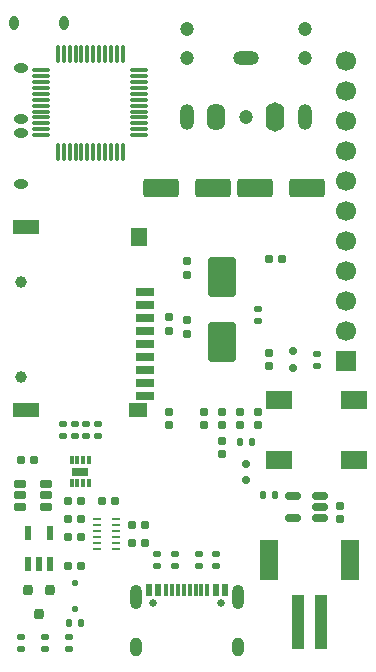
<source format=gbs>
%TF.GenerationSoftware,KiCad,Pcbnew,9.0.5*%
%TF.CreationDate,2025-10-29T14:00:37-04:00*%
%TF.ProjectId,MY-MP3,4d592d4d-5033-42e6-9b69-6361645f7063,rev?*%
%TF.SameCoordinates,Original*%
%TF.FileFunction,Soldermask,Bot*%
%TF.FilePolarity,Negative*%
%FSLAX46Y46*%
G04 Gerber Fmt 4.6, Leading zero omitted, Abs format (unit mm)*
G04 Created by KiCad (PCBNEW 9.0.5) date 2025-10-29 14:00:37*
%MOMM*%
%LPD*%
G01*
G04 APERTURE LIST*
G04 Aperture macros list*
%AMRoundRect*
0 Rectangle with rounded corners*
0 $1 Rounding radius*
0 $2 $3 $4 $5 $6 $7 $8 $9 X,Y pos of 4 corners*
0 Add a 4 corners polygon primitive as box body*
4,1,4,$2,$3,$4,$5,$6,$7,$8,$9,$2,$3,0*
0 Add four circle primitives for the rounded corners*
1,1,$1+$1,$2,$3*
1,1,$1+$1,$4,$5*
1,1,$1+$1,$6,$7*
1,1,$1+$1,$8,$9*
0 Add four rect primitives between the rounded corners*
20,1,$1+$1,$2,$3,$4,$5,0*
20,1,$1+$1,$4,$5,$6,$7,0*
20,1,$1+$1,$6,$7,$8,$9,0*
20,1,$1+$1,$8,$9,$2,$3,0*%
G04 Aperture macros list end*
%ADD10R,1.700000X1.700000*%
%ADD11C,1.700000*%
%ADD12O,0.800000X1.200000*%
%ADD13O,1.200000X0.800000*%
%ADD14RoundRect,0.162500X0.367500X0.162500X-0.367500X0.162500X-0.367500X-0.162500X0.367500X-0.162500X0*%
%ADD15RoundRect,0.155000X0.155000X-0.212500X0.155000X0.212500X-0.155000X0.212500X-0.155000X-0.212500X0*%
%ADD16C,1.200000*%
%ADD17O,1.200000X2.200000*%
%ADD18O,1.600000X2.300000*%
%ADD19O,2.200000X1.200000*%
%ADD20O,1.600000X2.500000*%
%ADD21RoundRect,0.155000X-0.155000X0.212500X-0.155000X-0.212500X0.155000X-0.212500X0.155000X0.212500X0*%
%ADD22RoundRect,0.135000X-0.185000X0.135000X-0.185000X-0.135000X0.185000X-0.135000X0.185000X0.135000X0*%
%ADD23RoundRect,0.135000X0.135000X0.185000X-0.135000X0.185000X-0.135000X-0.185000X0.135000X-0.185000X0*%
%ADD24RoundRect,0.135000X0.185000X-0.135000X0.185000X0.135000X-0.185000X0.135000X-0.185000X-0.135000X0*%
%ADD25RoundRect,0.155000X-0.212500X-0.155000X0.212500X-0.155000X0.212500X0.155000X-0.212500X0.155000X0*%
%ADD26RoundRect,0.125000X-0.125000X0.125000X-0.125000X-0.125000X0.125000X-0.125000X0.125000X0.125000X0*%
%ADD27RoundRect,0.250001X-0.949999X1.412499X-0.949999X-1.412499X0.949999X-1.412499X0.949999X1.412499X0*%
%ADD28R,1.000000X4.600000*%
%ADD29R,1.600000X3.400000*%
%ADD30RoundRect,0.135000X-0.135000X-0.185000X0.135000X-0.185000X0.135000X0.185000X-0.135000X0.185000X0*%
%ADD31RoundRect,0.250000X-1.250000X-0.550000X1.250000X-0.550000X1.250000X0.550000X-1.250000X0.550000X0*%
%ADD32R,2.300000X1.600000*%
%ADD33RoundRect,0.155000X0.212500X0.155000X-0.212500X0.155000X-0.212500X-0.155000X0.212500X-0.155000X0*%
%ADD34R,0.700000X0.250000*%
%ADD35RoundRect,0.150000X0.200000X-0.150000X0.200000X0.150000X-0.200000X0.150000X-0.200000X-0.150000X0*%
%ADD36R,0.550000X1.200000*%
%ADD37C,1.000000*%
%ADD38R,1.600000X0.700000*%
%ADD39R,1.600000X1.200000*%
%ADD40R,2.200000X1.200000*%
%ADD41R,1.400000X1.600000*%
%ADD42C,0.650000*%
%ADD43R,0.300000X1.000000*%
%ADD44R,0.600000X1.000000*%
%ADD45O,1.000000X1.600000*%
%ADD46O,1.000000X2.100000*%
%ADD47RoundRect,0.075000X0.075000X-0.662500X0.075000X0.662500X-0.075000X0.662500X-0.075000X-0.662500X0*%
%ADD48RoundRect,0.075000X0.662500X-0.075000X0.662500X0.075000X-0.662500X0.075000X-0.662500X-0.075000X0*%
%ADD49RoundRect,0.150000X-0.200000X0.150000X-0.200000X-0.150000X0.200000X-0.150000X0.200000X0.150000X0*%
%ADD50RoundRect,0.200000X-0.200000X0.250000X-0.200000X-0.250000X0.200000X-0.250000X0.200000X0.250000X0*%
%ADD51RoundRect,0.250000X1.250000X0.550000X-1.250000X0.550000X-1.250000X-0.550000X1.250000X-0.550000X0*%
%ADD52RoundRect,0.150000X0.512500X0.150000X-0.512500X0.150000X-0.512500X-0.150000X0.512500X-0.150000X0*%
%ADD53R,0.300000X0.700000*%
%ADD54R,1.380000X0.800000*%
G04 APERTURE END LIST*
D10*
%TO.C,J4*%
X159250000Y-102080000D03*
D11*
X159250000Y-99540000D03*
X159250000Y-97000000D03*
X159250000Y-94460000D03*
X159250000Y-91920000D03*
X159250000Y-89380000D03*
X159250000Y-86840000D03*
X159250000Y-84300000D03*
X159250000Y-81760000D03*
X159250000Y-79220000D03*
X159250000Y-76680000D03*
%TD*%
D12*
%TO.C,SW3*%
X131100000Y-73500000D03*
X135400000Y-73500000D03*
%TD*%
D13*
%TO.C,SW4*%
X131750000Y-81650000D03*
X131750000Y-77350000D03*
%TD*%
%TO.C,SW5*%
X131750000Y-87150000D03*
X131750000Y-82850000D03*
%TD*%
D14*
%TO.C,U7*%
X133850000Y-112550000D03*
X133850000Y-113500000D03*
X133850000Y-114450000D03*
X131650000Y-114450000D03*
X131650000Y-113500000D03*
X131650000Y-112550000D03*
%TD*%
D15*
%TO.C,C14*%
X158750000Y-115500000D03*
X158750000Y-114365000D03*
%TD*%
D16*
%TO.C,J7*%
X145750000Y-74000000D03*
X145750000Y-76500000D03*
X150750000Y-81500000D03*
X155750000Y-74000000D03*
X155750000Y-76500000D03*
D17*
X145750000Y-81500000D03*
D18*
X148250000Y-81500000D03*
D19*
X150750000Y-76500000D03*
D17*
X155750000Y-81500000D03*
D20*
X153250000Y-81500000D03*
%TD*%
D21*
%TO.C,C11*%
X145750000Y-93670000D03*
X145750000Y-94805000D03*
%TD*%
D22*
%TO.C,R16*%
X135750000Y-125490000D03*
X135750000Y-126510000D03*
%TD*%
D23*
%TO.C,R3*%
X151260000Y-109000000D03*
X150240000Y-109000000D03*
%TD*%
D24*
%TO.C,R23*%
X137250000Y-108510000D03*
X137250000Y-107490000D03*
%TD*%
D15*
%TO.C,C21*%
X144250000Y-99567500D03*
X144250000Y-98432500D03*
%TD*%
D22*
%TO.C,R14*%
X143250000Y-118490000D03*
X143250000Y-119510000D03*
%TD*%
D25*
%TO.C,C26*%
X135682500Y-115500000D03*
X136817500Y-115500000D03*
%TD*%
%TO.C,C17*%
X152682500Y-93510000D03*
X153817500Y-93510000D03*
%TD*%
D22*
%TO.C,R15*%
X148250000Y-118490000D03*
X148250000Y-119510000D03*
%TD*%
D25*
%TO.C,C2*%
X135682500Y-119500000D03*
X136817500Y-119500000D03*
%TD*%
D26*
%TO.C,D1*%
X136250000Y-120900000D03*
X136250000Y-123100000D03*
%TD*%
D21*
%TO.C,C22*%
X148750000Y-106442500D03*
X148750000Y-107577500D03*
%TD*%
D27*
%TO.C,Y2*%
X148750000Y-94975000D03*
X148750000Y-100500000D03*
%TD*%
D21*
%TO.C,C13*%
X145750000Y-98670000D03*
X145750000Y-99805000D03*
%TD*%
D28*
%TO.C,J3*%
X157150000Y-124200000D03*
X155150000Y-124200000D03*
D29*
X159550000Y-119000000D03*
X152750000Y-119000000D03*
%TD*%
D22*
%TO.C,R21*%
X156750000Y-101490000D03*
X156750000Y-102510000D03*
%TD*%
D30*
%TO.C,R19*%
X152240000Y-113432500D03*
X153260000Y-113432500D03*
%TD*%
D21*
%TO.C,C16*%
X150250000Y-106442500D03*
X150250000Y-107577500D03*
%TD*%
D25*
%TO.C,C28*%
X141082500Y-117500000D03*
X142217500Y-117500000D03*
%TD*%
D15*
%TO.C,C15*%
X152750000Y-102567500D03*
X152750000Y-101432500D03*
%TD*%
D21*
%TO.C,C23*%
X147250000Y-106442500D03*
X147250000Y-107577500D03*
%TD*%
D25*
%TO.C,C29*%
X141082500Y-116000000D03*
X142217500Y-116000000D03*
%TD*%
D31*
%TO.C,C9*%
X151550000Y-87500000D03*
X155950000Y-87500000D03*
%TD*%
D32*
%TO.C,SW1*%
X159900000Y-105450000D03*
X153600000Y-105450000D03*
%TD*%
D25*
%TO.C,C27*%
X135682500Y-114000000D03*
X136817500Y-114000000D03*
%TD*%
D33*
%TO.C,C30*%
X139717500Y-114000000D03*
X138582500Y-114000000D03*
%TD*%
D34*
%TO.C,U5*%
X139750000Y-115500000D03*
X139750000Y-116000000D03*
X139750000Y-116500000D03*
X139750000Y-117000000D03*
X139750000Y-117500000D03*
X139750000Y-118000000D03*
X138150000Y-118000000D03*
X138150000Y-117500000D03*
X138150000Y-117000000D03*
X138150000Y-116500000D03*
X138150000Y-116000000D03*
X138150000Y-115500000D03*
%TD*%
D24*
%TO.C,R22*%
X138250000Y-108510000D03*
X138250000Y-107490000D03*
%TD*%
%TO.C,R11*%
X151750000Y-98747500D03*
X151750000Y-97727500D03*
%TD*%
D23*
%TO.C,R18*%
X136761216Y-124315021D03*
X135741216Y-124315021D03*
%TD*%
D15*
%TO.C,C1*%
X151750000Y-107577500D03*
X151750000Y-106442500D03*
%TD*%
D21*
%TO.C,C20*%
X144250000Y-106442500D03*
X144250000Y-107577500D03*
%TD*%
D35*
%TO.C,D2*%
X150750000Y-110800000D03*
X150750000Y-112200000D03*
%TD*%
D24*
%TO.C,R20*%
X133750000Y-126510000D03*
X133750000Y-125490000D03*
%TD*%
D25*
%TO.C,C3*%
X131682500Y-110500000D03*
X132817500Y-110500000D03*
%TD*%
D36*
%TO.C,U3*%
X134200000Y-119300100D03*
X133250000Y-119300100D03*
X132300000Y-119300100D03*
X132300000Y-116699900D03*
X134200000Y-116699900D03*
%TD*%
D24*
%TO.C,R12*%
X144750000Y-119510000D03*
X144750000Y-118490000D03*
%TD*%
D37*
%TO.C,J1*%
X131750000Y-103450000D03*
X131750000Y-95450000D03*
D38*
X142250000Y-96250000D03*
X142250000Y-97350000D03*
X142250000Y-98450000D03*
X142250000Y-99550000D03*
X142250000Y-100650000D03*
X142250000Y-101750000D03*
X142250000Y-102850000D03*
X142250000Y-103950000D03*
X142250000Y-105050000D03*
D39*
X141650000Y-106250000D03*
D40*
X132150000Y-106250000D03*
X132150000Y-90750000D03*
D41*
X141750000Y-91650000D03*
%TD*%
D42*
%TO.C,J2*%
X148640000Y-122645000D03*
X142860000Y-122645000D03*
D43*
X147000000Y-121540000D03*
X146000000Y-121540000D03*
X145500000Y-121540000D03*
X144500000Y-121540000D03*
X144000000Y-121540000D03*
X145000000Y-121540000D03*
X146500000Y-121540000D03*
X147500000Y-121540000D03*
D44*
X148975000Y-121540000D03*
X142525000Y-121540000D03*
D45*
X150068000Y-126295000D03*
D46*
X150068000Y-122115000D03*
X141432000Y-122115000D03*
D45*
X141432000Y-126295000D03*
D44*
X148200000Y-121540000D03*
X143300000Y-121540000D03*
%TD*%
D24*
%TO.C,R13*%
X146750000Y-119510000D03*
X146750000Y-118490000D03*
%TD*%
D47*
%TO.C,U2*%
X140337500Y-84412500D03*
X139837500Y-84412500D03*
X139337500Y-84412500D03*
X138837500Y-84412500D03*
X138337500Y-84412500D03*
X137837500Y-84412500D03*
X137337500Y-84412500D03*
X136837500Y-84412500D03*
X136337500Y-84412500D03*
X135837500Y-84412500D03*
X135337500Y-84412500D03*
X134837500Y-84412500D03*
D48*
X133425000Y-83000000D03*
X133425000Y-82500000D03*
X133425000Y-82000000D03*
X133425000Y-81500000D03*
X133425000Y-81000000D03*
X133425000Y-80500000D03*
X133425000Y-80000000D03*
X133425000Y-79500000D03*
X133425000Y-79000000D03*
X133425000Y-78500000D03*
X133425000Y-78000000D03*
X133425000Y-77500000D03*
D47*
X134837500Y-76087500D03*
X135337500Y-76087500D03*
X135837500Y-76087500D03*
X136337500Y-76087500D03*
X136837500Y-76087500D03*
X137337500Y-76087500D03*
X137837500Y-76087500D03*
X138337500Y-76087500D03*
X138837500Y-76087500D03*
X139337500Y-76087500D03*
X139837500Y-76087500D03*
X140337500Y-76087500D03*
D48*
X141750000Y-77500000D03*
X141750000Y-78000000D03*
X141750000Y-78500000D03*
X141750000Y-79000000D03*
X141750000Y-79500000D03*
X141750000Y-80000000D03*
X141750000Y-80500000D03*
X141750000Y-81000000D03*
X141750000Y-81500000D03*
X141750000Y-82000000D03*
X141750000Y-82500000D03*
X141750000Y-83000000D03*
%TD*%
D24*
%TO.C,R25*%
X131750000Y-126510000D03*
X131750000Y-125490000D03*
%TD*%
D15*
%TO.C,C24*%
X148750000Y-110000000D03*
X148750000Y-108865000D03*
%TD*%
D32*
%TO.C,SW2*%
X159900000Y-110500000D03*
X153600000Y-110500000D03*
%TD*%
D49*
%TO.C,D3*%
X154750000Y-102700000D03*
X154750000Y-101300000D03*
%TD*%
D50*
%TO.C,Q1*%
X132300000Y-121500000D03*
X134200000Y-121500000D03*
X133250000Y-123500000D03*
%TD*%
D22*
%TO.C,R2*%
X136250000Y-107490000D03*
X136250000Y-108510000D03*
%TD*%
D51*
%TO.C,C10*%
X147950000Y-87500000D03*
X143550000Y-87500000D03*
%TD*%
D24*
%TO.C,R1*%
X135250000Y-108510000D03*
X135250000Y-107490000D03*
%TD*%
D25*
%TO.C,C25*%
X135682500Y-117000000D03*
X136817500Y-117000000D03*
%TD*%
D52*
%TO.C,U6*%
X157025000Y-113532500D03*
X157025000Y-114482500D03*
X157025000Y-115432500D03*
X154750000Y-115432500D03*
X154750000Y-113532500D03*
%TD*%
D53*
%TO.C,U4*%
X137500000Y-112490000D03*
X137000000Y-112490000D03*
X136500000Y-112490000D03*
X136000000Y-112490000D03*
X136000000Y-110510000D03*
X136500000Y-110510000D03*
X137000000Y-110510000D03*
X137500000Y-110510000D03*
D54*
X136750000Y-111500000D03*
%TD*%
M02*

</source>
